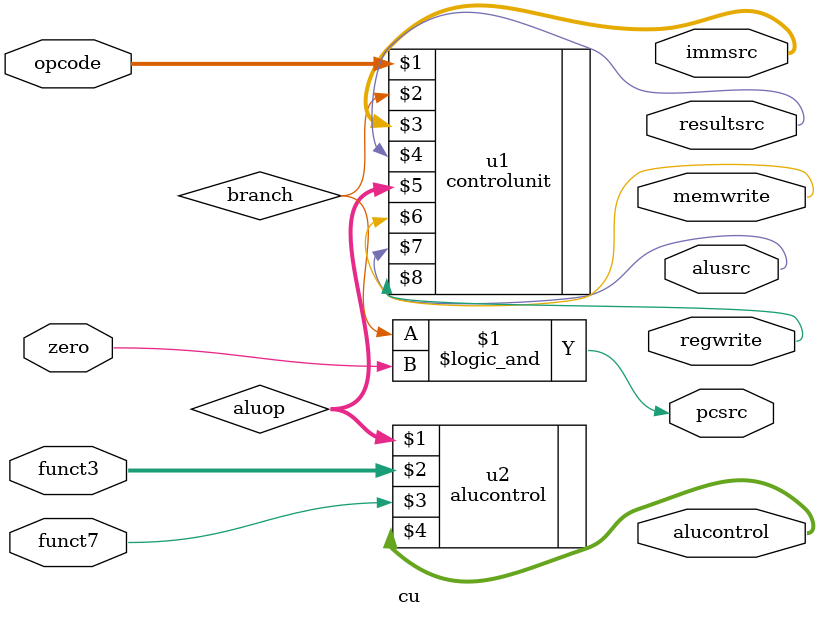
<source format=v>
module cu(opcode,zero,funct3,funct7,alusrc,resultsrc,immsrc,regwrite,memwrite,pcsrc,alucontrol);
input [6:0] opcode;
input zero,funct7;
input [2:0] funct3;
output [2:0] alucontrol;
output [1:0] immsrc;
output resultsrc,memwrite,alusrc,regwrite,pcsrc;
wire branch;
wire [1:0] aluop;

controlunit u1(opcode,branch,immsrc,resultsrc,aluop,memwrite,alusrc,regwrite);
alucontrol u2(aluop,funct3,funct7,alucontrol);
assign pcsrc = branch && zero;
endmodule

</source>
